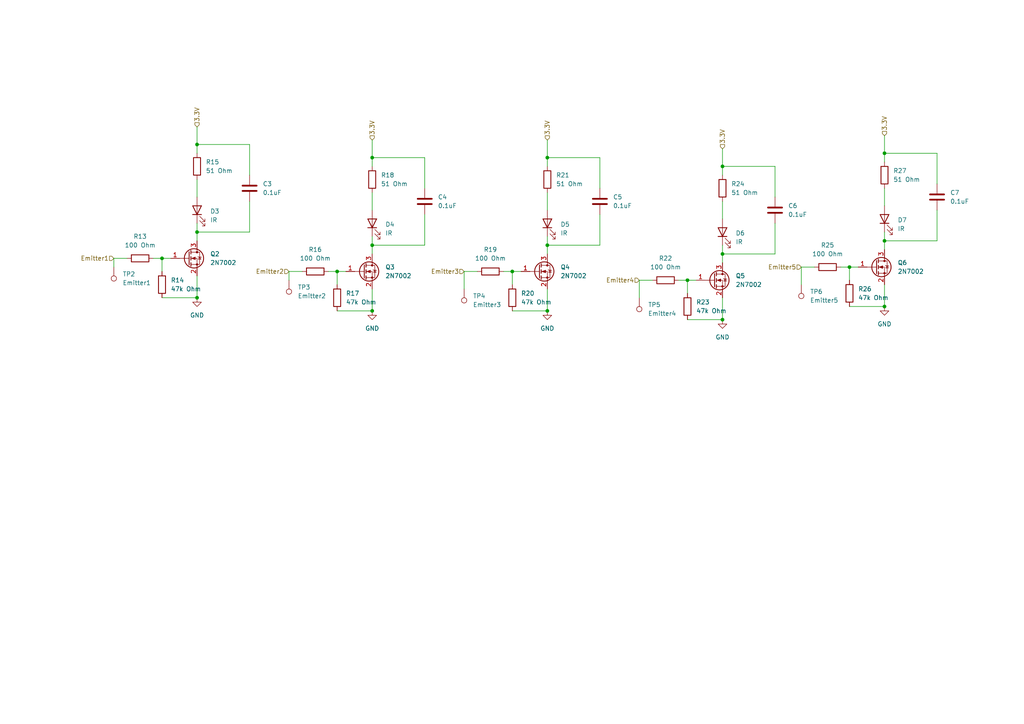
<source format=kicad_sch>
(kicad_sch (version 20231120) (generator "eeschema") (generator_version "8.0")
  (paper "A4")
  (lib_symbols
    (symbol "Connector:TestPoint" (pin_numbers hide) (pin_names (offset 0.762) hide)
      (property "Reference" "TP" (at 0 6.858 0))
      (property "Value" "TestPoint" (at 0 5.08 0))
      (symbol "TestPoint_0_1"
        (circle (center 0 3.302) (radius 0.762))
      )
      (symbol "TestPoint_1_1"
        (pin passive line (at 0 0 90) (length 2.54) (name "1") (number "1"))
      )
    )
    (symbol "Device:C" (pin_numbers hide) (pin_names (offset 0.254))
      (property "Reference" "C" (at 0.635 2.54 0))
      (property "Value" "C" (at 0.635 -2.54 0))
      (symbol "C_0_1"
        (polyline (pts (xy -2.032 -0.762) (xy 2.032 -0.762)) (stroke (width 0.508)))
        (polyline (pts (xy -2.032 0.762) (xy 2.032 0.762)) (stroke (width 0.508)))
      )
      (symbol "C_1_1"
        (pin passive line (at 0 3.81 270) (length 2.794) (name "~") (number "1"))
        (pin passive line (at 0 -3.81 90) (length 2.794) (name "~") (number "2"))
      )
    )
    (symbol "Device:LED" (pin_numbers hide) (pin_names (offset 1.016) hide)
      (property "Reference" "D" (at 0 2.54 0))
      (property "Value" "LED" (at 0 -2.54 0))
      (symbol "LED_0_1"
        (polyline (pts (xy -1.27 -1.27) (xy -1.27 1.27)) (stroke (width 0.254)))
        (polyline (pts (xy -1.27 0) (xy 1.27 0)))
        (polyline (pts (xy 1.27 -1.27) (xy 1.27 1.27) (xy -1.27 0) (xy 1.27 -1.27)) (stroke (width 0.254)))
        (polyline (pts (xy -3.048 -0.762) (xy -4.572 -2.286) (xy -3.81 -2.286) (xy -4.572 -2.286) (xy -4.572 -1.524)))
        (polyline (pts (xy -1.778 -0.762) (xy -3.302 -2.286) (xy -2.54 -2.286) (xy -3.302 -2.286) (xy -3.302 -1.524)))
      )
      (symbol "LED_1_1"
        (pin passive line (at -3.81 0 0) (length 2.54) (name "K") (number "1"))
        (pin passive line (at 3.81 0 180) (length 2.54) (name "A") (number "2"))
      )
    )
    (symbol "Device:R" (pin_numbers hide) (pin_names (offset 0))
      (property "Reference" "R" (at 2.032 0 90))
      (property "Value" "R" (at 0 0 90))
      (symbol "R_0_1"
        (rectangle (start -1.016 -2.54) (end 1.016 2.54) (stroke (width 0.254)))
      )
      (symbol "R_1_1"
        (pin passive line (at 0 3.81 270) (length 1.27) (name "~") (number "1"))
        (pin passive line (at 0 -3.81 90) (length 1.27) (name "~") (number "2"))
      )
    )
    (symbol "Transistor_FET:2N7002" (pin_names hide)
      (property "Reference" "Q" (at 5.08 1.905 0))
      (property "Value" "2N7002" (at 5.08 0 0))
      (symbol "2N7002_0_1"
        (polyline (pts (xy 0.254 0) (xy -2.54 0)))
        (polyline (pts (xy 0.254 1.905) (xy 0.254 -1.905)) (stroke (width 0.254)))
        (polyline (pts (xy 0.762 -1.27) (xy 0.762 -2.286)) (stroke (width 0.254)))
        (polyline (pts (xy 0.762 0.508) (xy 0.762 -0.508)) (stroke (width 0.254)))
        (polyline (pts (xy 0.762 2.286) (xy 0.762 1.27)) (stroke (width 0.254)))
        (polyline (pts (xy 2.54 2.54) (xy 2.54 1.778)))
        (polyline (pts (xy 2.54 -2.54) (xy 2.54 0) (xy 0.762 0)))
        (polyline (pts (xy 0.762 -1.778) (xy 3.302 -1.778) (xy 3.302 1.778) (xy 0.762 1.778)))
        (polyline (pts (xy 1.016 0) (xy 2.032 0.381) (xy 2.032 -0.381) (xy 1.016 0)) (fill (type outline)))
        (polyline (pts (xy 2.794 0.508) (xy 2.921 0.381) (xy 3.683 0.381) (xy 3.81 0.254)))
        (polyline (pts (xy 3.302 0.381) (xy 2.921 -0.254) (xy 3.683 -0.254) (xy 3.302 0.381)))
        (circle (center 1.651 0) (radius 2.794) (stroke (width 0.254)))
        (circle (center 2.54 -1.778) (radius 0.254) (fill (type outline)))
        (circle (center 2.54 1.778) (radius 0.254) (fill (type outline)))
      )
      (symbol "2N7002_1_1"
        (pin input line (at -5.08 0 0) (length 2.54) (name "G") (number "1"))
        (pin passive line (at 2.54 -5.08 90) (length 2.54) (name "S") (number "2"))
        (pin passive line (at 2.54 5.08 270) (length 2.54) (name "D") (number "3"))
      )
    )
    (symbol "power:GND" (power) (pin_numbers hide) (pin_names (offset 0) hide)
      (property "Value" "GND" (at 0 -3.81 0))
      (symbol "GND_0_1"
        (polyline (pts (xy 0 0) (xy 0 -1.27) (xy 1.27 -1.27) (xy 0 -2.54) (xy -1.27 -1.27) (xy 0 -1.27)))
      )
      (symbol "GND_1_1"
        (pin power_in line (at 0 0 270) (length 0) (name "~") (number "1"))
      )
    )
  )
  (junction (at 199.39 81.28))
  (junction (at 256.54 44.45))
  (junction (at 57.15 86.36))
  (junction (at 158.75 71.12))
  (junction (at 158.75 45.72))
  (junction (at 107.95 90.17))
  (junction (at 57.15 41.91))
  (junction (at 158.75 90.17))
  (junction (at 107.95 45.72))
  (junction (at 256.54 69.85))
  (junction (at 209.55 73.66))
  (junction (at 246.38 77.47))
  (junction (at 46.99 74.93))
  (junction (at 97.79 78.74))
  (junction (at 148.59 78.74))
  (junction (at 57.15 67.31))
  (junction (at 256.54 88.9))
  (junction (at 209.55 48.26))
  (junction (at 209.55 92.71))
  (junction (at 107.95 71.12))
  (wire (pts (xy 185.42 81.28) (xy 189.23 81.28)))
  (wire (pts (xy 44.45 74.93) (xy 46.99 74.93)))
  (wire (pts (xy 146.05 78.74) (xy 148.59 78.74)))
  (wire (pts (xy 209.55 58.42) (xy 209.55 63.5)))
  (wire (pts (xy 134.62 78.74) (xy 138.43 78.74)))
  (wire (pts (xy 271.78 53.34) (xy 271.78 44.45)))
  (wire (pts (xy 271.78 69.85) (xy 256.54 69.85)))
  (wire (pts (xy 72.39 50.8) (xy 72.39 41.91)))
  (wire (pts (xy 256.54 69.85) (xy 256.54 72.39)))
  (wire (pts (xy 243.84 77.47) (xy 246.38 77.47)))
  (wire (pts (xy 123.19 45.72) (xy 107.95 45.72)))
  (wire (pts (xy 158.75 71.12) (xy 158.75 73.66)))
  (wire (pts (xy 148.59 90.17) (xy 158.75 90.17)))
  (wire (pts (xy 256.54 82.55) (xy 256.54 88.9)))
  (wire (pts (xy 158.75 83.82) (xy 158.75 90.17)))
  (wire (pts (xy 123.19 71.12) (xy 107.95 71.12)))
  (wire (pts (xy 199.39 81.28) (xy 199.39 85.09)))
  (wire (pts (xy 246.38 88.9) (xy 256.54 88.9)))
  (wire (pts (xy 158.75 40.64) (xy 158.75 45.72)))
  (wire (pts (xy 97.79 90.17) (xy 107.95 90.17)))
  (wire (pts (xy 158.75 55.88) (xy 158.75 60.96)))
  (wire (pts (xy 33.02 74.93) (xy 33.02 77.47)))
  (wire (pts (xy 72.39 58.42) (xy 72.39 67.31)))
  (wire (pts (xy 246.38 77.47) (xy 248.92 77.47)))
  (wire (pts (xy 224.79 64.77) (xy 224.79 73.66)))
  (wire (pts (xy 148.59 78.74) (xy 148.59 82.55)))
  (wire (pts (xy 57.15 80.01) (xy 57.15 86.36)))
  (wire (pts (xy 199.39 81.28) (xy 201.93 81.28)))
  (wire (pts (xy 232.41 77.47) (xy 232.41 82.55)))
  (wire (pts (xy 97.79 78.74) (xy 97.79 82.55)))
  (wire (pts (xy 209.55 43.18) (xy 209.55 48.26)))
  (wire (pts (xy 209.55 86.36) (xy 209.55 92.71)))
  (wire (pts (xy 224.79 48.26) (xy 209.55 48.26)))
  (wire (pts (xy 158.75 45.72) (xy 158.75 48.26)))
  (wire (pts (xy 107.95 40.64) (xy 107.95 45.72)))
  (wire (pts (xy 173.99 54.61) (xy 173.99 45.72)))
  (wire (pts (xy 256.54 67.31) (xy 256.54 69.85)))
  (wire (pts (xy 83.82 78.74) (xy 87.63 78.74)))
  (wire (pts (xy 148.59 78.74) (xy 151.13 78.74)))
  (wire (pts (xy 123.19 54.61) (xy 123.19 45.72)))
  (wire (pts (xy 173.99 45.72) (xy 158.75 45.72)))
  (wire (pts (xy 134.62 78.74) (xy 134.62 83.82)))
  (wire (pts (xy 185.42 81.28) (xy 185.42 86.36)))
  (wire (pts (xy 173.99 62.23) (xy 173.99 71.12)))
  (wire (pts (xy 57.15 67.31) (xy 57.15 69.85)))
  (wire (pts (xy 46.99 74.93) (xy 49.53 74.93)))
  (wire (pts (xy 256.54 54.61) (xy 256.54 59.69)))
  (wire (pts (xy 209.55 73.66) (xy 209.55 76.2)))
  (wire (pts (xy 199.39 92.71) (xy 209.55 92.71)))
  (wire (pts (xy 57.15 41.91) (xy 57.15 44.45)))
  (wire (pts (xy 107.95 55.88) (xy 107.95 60.96)))
  (wire (pts (xy 232.41 77.47) (xy 236.22 77.47)))
  (wire (pts (xy 33.02 74.93) (xy 36.83 74.93)))
  (wire (pts (xy 107.95 83.82) (xy 107.95 90.17)))
  (wire (pts (xy 57.15 64.77) (xy 57.15 67.31)))
  (wire (pts (xy 246.38 77.47) (xy 246.38 81.28)))
  (wire (pts (xy 209.55 48.26) (xy 209.55 50.8)))
  (wire (pts (xy 158.75 68.58) (xy 158.75 71.12)))
  (wire (pts (xy 209.55 71.12) (xy 209.55 73.66)))
  (wire (pts (xy 256.54 44.45) (xy 256.54 46.99)))
  (wire (pts (xy 83.82 78.74) (xy 83.82 81.28)))
  (wire (pts (xy 57.15 36.83) (xy 57.15 41.91)))
  (wire (pts (xy 224.79 73.66) (xy 209.55 73.66)))
  (wire (pts (xy 196.85 81.28) (xy 199.39 81.28)))
  (wire (pts (xy 107.95 45.72) (xy 107.95 48.26)))
  (wire (pts (xy 97.79 78.74) (xy 100.33 78.74)))
  (wire (pts (xy 95.25 78.74) (xy 97.79 78.74)))
  (wire (pts (xy 271.78 44.45) (xy 256.54 44.45)))
  (wire (pts (xy 46.99 86.36) (xy 57.15 86.36)))
  (wire (pts (xy 107.95 68.58) (xy 107.95 71.12)))
  (wire (pts (xy 72.39 41.91) (xy 57.15 41.91)))
  (wire (pts (xy 256.54 39.37) (xy 256.54 44.45)))
  (wire (pts (xy 107.95 71.12) (xy 107.95 73.66)))
  (wire (pts (xy 72.39 67.31) (xy 57.15 67.31)))
  (wire (pts (xy 173.99 71.12) (xy 158.75 71.12)))
  (wire (pts (xy 57.15 52.07) (xy 57.15 57.15)))
  (wire (pts (xy 123.19 62.23) (xy 123.19 71.12)))
  (wire (pts (xy 271.78 60.96) (xy 271.78 69.85)))
  (wire (pts (xy 224.79 57.15) (xy 224.79 48.26)))
  (wire (pts (xy 46.99 74.93) (xy 46.99 78.74)))
  (hierarchical_label "Emitter4" (shape input) (at 185.42 81.28 180))
  (hierarchical_label "Emitter2" (shape input) (at 83.82 78.74 180))
  (hierarchical_label "3.3V" (shape input) (at 209.55 43.18 90))
  (hierarchical_label "Emitter3" (shape input) (at 134.62 78.74 180))
  (hierarchical_label "3.3V" (shape input) (at 107.95 40.64 90))
  (hierarchical_label "Emitter1" (shape input) (at 33.02 74.93 180))
  (hierarchical_label "3.3V" (shape input) (at 256.54 39.37 90))
  (hierarchical_label "Emitter5" (shape input) (at 232.41 77.47 180))
  (hierarchical_label "3.3V" (shape input) (at 158.75 40.64 90))
  (hierarchical_label "3.3V" (shape input) (at 57.15 36.83 90))
  (symbol (lib_id "Device:C") (at 271.78 57.15 0) (unit 1)
    (property "Reference" "C7" (at 275.59 55.8799 0) (effects (justify left)))
    (property "Value" "0.1uF" (at 275.59 58.4199 0) (effects (justify left)))
    (property "Footprint" "Capacitor_SMD:C_0805_2012Metric_Pad1.18x1.45mm_HandSolder" (effects (hide yes)))
    (property "Description" "Unpolarized capacitor" (effects (hide yes)))
  )
  (symbol (lib_id "Device:R") (at 40.64 74.93 90) (unit 1)
    (property "Reference" "R13" (at 40.64 68.58 90))
    (property "Value" "100 Ohm" (at 40.64 71.12 90))
    (property "Footprint" "Resistor_SMD:R_0603_1608Metric_Pad0.98x0.95mm_HandSolder" (effects (hide yes)))
    (property "Description" "Resistor" (effects (hide yes)))
  )
  (symbol (lib_id "Transistor_FET:2N7002") (at 207.01 81.28 0) (unit 1)
    (property "Reference" "Q5" (at 213.36 80.0099 0) (effects (justify left)))
    (property "Value" "2N7002" (at 213.36 82.5499 0) (effects (justify left)))
    (property "Footprint" "Package_TO_SOT_SMD:SOT-23" (effects (hide yes)))
    (property "Datasheet" "https://www.onsemi.com/pub/Collateral/NDS7002A-D.PDF" (effects (hide yes)))
    (property "Description" "0.115A Id, 60V Vds, N-Channel MOSFET, SOT-23" (effects (hide yes)))
  )
  (symbol (lib_id "Transistor_FET:2N7002") (at 105.41 78.74 0) (unit 1)
    (property "Reference" "Q3" (at 111.76 77.4699 0) (effects (justify left)))
    (property "Value" "2N7002" (at 111.76 80.0099 0) (effects (justify left)))
    (property "Footprint" "Package_TO_SOT_SMD:SOT-23" (effects (hide yes)))
    (property "Datasheet" "https://www.onsemi.com/pub/Collateral/NDS7002A-D.PDF" (effects (hide yes)))
    (property "Description" "0.115A Id, 60V Vds, N-Channel MOSFET, SOT-23" (effects (hide yes)))
  )
  (symbol (lib_id "Transistor_FET:2N7002") (at 254 77.47 0) (unit 1)
    (property "Reference" "Q6" (at 260.35 76.1999 0) (effects (justify left)))
    (property "Value" "2N7002" (at 260.35 78.7399 0) (effects (justify left)))
    (property "Footprint" "Package_TO_SOT_SMD:SOT-23" (effects (hide yes)))
    (property "Datasheet" "https://www.onsemi.com/pub/Collateral/NDS7002A-D.PDF" (effects (hide yes)))
    (property "Description" "0.115A Id, 60V Vds, N-Channel MOSFET, SOT-23" (effects (hide yes)))
  )
  (symbol (lib_id "Connector:TestPoint") (at 33.02 77.47 180) (unit 1)
    (property "Reference" "TP2" (at 35.56 79.5019 0) (effects (justify right)))
    (property "Value" "Emitter1" (at 35.56 82.0419 0) (effects (justify right)))
    (property "Footprint" "TestPoint:TestPoint_THTPad_2.0x2.0mm_Drill1.0mm" (effects (hide yes)))
    (property "Description" "test point" (effects (hide yes)))
  )
  (symbol (lib_id "Device:R") (at 256.54 50.8 0) (unit 1)
    (property "Reference" "R27" (at 259.08 49.5299 0) (effects (justify left)))
    (property "Value" "51 Ohm" (at 259.08 52.0699 0) (effects (justify left)))
    (property "Footprint" "Resistor_SMD:R_0603_1608Metric_Pad0.98x0.95mm_HandSolder" (effects (hide yes)))
    (property "Description" "Resistor" (effects (hide yes)))
  )
  (symbol (lib_id "Device:R") (at 57.15 48.26 0) (unit 1)
    (property "Reference" "R15" (at 59.69 46.9899 0) (effects (justify left)))
    (property "Value" "51 Ohm" (at 59.69 49.5299 0) (effects (justify left)))
    (property "Footprint" "Resistor_SMD:R_0603_1608Metric_Pad0.98x0.95mm_HandSolder" (effects (hide yes)))
    (property "Description" "Resistor" (effects (hide yes)))
  )
  (symbol (lib_id "Device:R") (at 148.59 86.36 0) (unit 1)
    (property "Reference" "R20" (at 151.13 85.0899 0) (effects (justify left)))
    (property "Value" "47k Ohm" (at 151.13 87.6299 0) (effects (justify left)))
    (property "Footprint" "Resistor_SMD:R_0603_1608Metric_Pad0.98x0.95mm_HandSolder" (effects (hide yes)))
    (property "Description" "Resistor" (effects (hide yes)))
  )
  (symbol (lib_id "power:GND") (at 256.54 88.9 0) (unit 1)
    (property "Reference" "#PWR014" (effects (hide yes)))
    (property "Value" "GND" (at 256.54 93.98 0))
    (property "Description" "Power symbol creates a global label with name \"GND\" , ground" (effects (hide yes)))
  )
  (symbol (lib_id "power:GND") (at 158.75 90.17 0) (unit 1)
    (property "Reference" "#PWR012" (effects (hide yes)))
    (property "Value" "GND" (at 158.75 95.25 0))
    (property "Description" "Power symbol creates a global label with name \"GND\" , ground" (effects (hide yes)))
  )
  (symbol (lib_id "Connector:TestPoint") (at 185.42 86.36 180) (unit 1)
    (property "Reference" "TP5" (at 187.96 88.3919 0) (effects (justify right)))
    (property "Value" "Emitter4" (at 187.96 90.9319 0) (effects (justify right)))
    (property "Footprint" "TestPoint:TestPoint_THTPad_2.0x2.0mm_Drill1.0mm" (effects (hide yes)))
    (property "Description" "test point" (effects (hide yes)))
  )
  (symbol (lib_id "Device:R") (at 46.99 82.55 0) (unit 1)
    (property "Reference" "R14" (at 49.53 81.2799 0) (effects (justify left)))
    (property "Value" "47k Ohm" (at 49.53 83.8199 0) (effects (justify left)))
    (property "Footprint" "Resistor_SMD:R_0603_1608Metric_Pad0.98x0.95mm_HandSolder" (effects (hide yes)))
    (property "Description" "Resistor" (effects (hide yes)))
  )
  (symbol (lib_id "Connector:TestPoint") (at 83.82 81.28 180) (unit 1)
    (property "Reference" "TP3" (at 86.36 83.3119 0) (effects (justify right)))
    (property "Value" "Emitter2" (at 86.36 85.8519 0) (effects (justify right)))
    (property "Footprint" "TestPoint:TestPoint_THTPad_2.0x2.0mm_Drill1.0mm" (effects (hide yes)))
    (property "Description" "test point" (effects (hide yes)))
  )
  (symbol (lib_id "Connector:TestPoint") (at 134.62 83.82 180) (unit 1)
    (property "Reference" "TP4" (at 137.16 85.8519 0) (effects (justify right)))
    (property "Value" "Emitter3" (at 137.16 88.3919 0) (effects (justify right)))
    (property "Footprint" "TestPoint:TestPoint_THTPad_2.0x2.0mm_Drill1.0mm" (effects (hide yes)))
    (property "Description" "test point" (effects (hide yes)))
  )
  (symbol (lib_id "Device:R") (at 240.03 77.47 90) (unit 1)
    (property "Reference" "R25" (at 240.03 71.12 90))
    (property "Value" "100 Ohm" (at 240.03 73.66 90))
    (property "Footprint" "Resistor_SMD:R_0603_1608Metric_Pad0.98x0.95mm_HandSolder" (effects (hide yes)))
    (property "Description" "Resistor" (effects (hide yes)))
  )
  (symbol (lib_id "Device:R") (at 246.38 85.09 0) (unit 1)
    (property "Reference" "R26" (at 248.92 83.8199 0) (effects (justify left)))
    (property "Value" "47k Ohm" (at 248.92 86.3599 0) (effects (justify left)))
    (property "Footprint" "Resistor_SMD:R_0603_1608Metric_Pad0.98x0.95mm_HandSolder" (effects (hide yes)))
    (property "Description" "Resistor" (effects (hide yes)))
  )
  (symbol (lib_id "Device:R") (at 193.04 81.28 90) (unit 1)
    (property "Reference" "R22" (at 193.04 74.93 90))
    (property "Value" "100 Ohm" (at 193.04 77.47 90))
    (property "Footprint" "Resistor_SMD:R_0603_1608Metric_Pad0.98x0.95mm_HandSolder" (effects (hide yes)))
    (property "Description" "Resistor" (effects (hide yes)))
  )
  (symbol (lib_id "Device:R") (at 142.24 78.74 90) (unit 1)
    (property "Reference" "R19" (at 142.24 72.39 90))
    (property "Value" "100 Ohm" (at 142.24 74.93 90))
    (property "Footprint" "Resistor_SMD:R_0603_1608Metric_Pad0.98x0.95mm_HandSolder" (effects (hide yes)))
    (property "Description" "Resistor" (effects (hide yes)))
  )
  (symbol (lib_id "Device:LED") (at 209.55 67.31 90) (unit 1)
    (property "Reference" "D6" (at 213.36 67.6274 90) (effects (justify right)))
    (property "Value" "IR" (at 213.36 70.1674 90) (effects (justify right)))
    (property "Footprint" "LED_THT:LED_D5.0mm_IRGrey" (effects (hide yes)))
    (property "Description" "Light emitting diode" (effects (hide yes)))
  )
  (symbol (lib_id "Device:R") (at 97.79 86.36 0) (unit 1)
    (property "Reference" "R17" (at 100.33 85.0899 0) (effects (justify left)))
    (property "Value" "47k Ohm" (at 100.33 87.6299 0) (effects (justify left)))
    (property "Footprint" "Resistor_SMD:R_0603_1608Metric_Pad0.98x0.95mm_HandSolder" (effects (hide yes)))
    (property "Description" "Resistor" (effects (hide yes)))
  )
  (symbol (lib_id "Transistor_FET:2N7002") (at 54.61 74.93 0) (unit 1)
    (property "Reference" "Q2" (at 60.96 73.6599 0) (effects (justify left)))
    (property "Value" "2N7002" (at 60.96 76.1999 0) (effects (justify left)))
    (property "Footprint" "Package_TO_SOT_SMD:SOT-23" (effects (hide yes)))
    (property "Datasheet" "https://www.onsemi.com/pub/Collateral/NDS7002A-D.PDF" (effects (hide yes)))
    (property "Description" "0.115A Id, 60V Vds, N-Channel MOSFET, SOT-23" (effects (hide yes)))
  )
  (symbol (lib_id "Connector:TestPoint") (at 232.41 82.55 180) (unit 1)
    (property "Reference" "TP6" (at 234.95 84.5819 0) (effects (justify right)))
    (property "Value" "Emitter5" (at 234.95 87.1219 0) (effects (justify right)))
    (property "Footprint" "TestPoint:TestPoint_THTPad_2.0x2.0mm_Drill1.0mm" (effects (hide yes)))
    (property "Description" "test point" (effects (hide yes)))
  )
  (symbol (lib_id "Device:C") (at 123.19 58.42 0) (unit 1)
    (property "Reference" "C4" (at 127 57.1499 0) (effects (justify left)))
    (property "Value" "0.1uF" (at 127 59.6899 0) (effects (justify left)))
    (property "Footprint" "Capacitor_SMD:C_0805_2012Metric_Pad1.18x1.45mm_HandSolder" (effects (hide yes)))
    (property "Description" "Unpolarized capacitor" (effects (hide yes)))
  )
  (symbol (lib_id "Device:R") (at 209.55 54.61 0) (unit 1)
    (property "Reference" "R24" (at 212.09 53.3399 0) (effects (justify left)))
    (property "Value" "51 Ohm" (at 212.09 55.8799 0) (effects (justify left)))
    (property "Footprint" "Resistor_SMD:R_0603_1608Metric_Pad0.98x0.95mm_HandSolder" (effects (hide yes)))
    (property "Description" "Resistor" (effects (hide yes)))
  )
  (symbol (lib_id "Device:C") (at 224.79 60.96 0) (unit 1)
    (property "Reference" "C6" (at 228.6 59.6899 0) (effects (justify left)))
    (property "Value" "0.1uF" (at 228.6 62.2299 0) (effects (justify left)))
    (property "Footprint" "Capacitor_SMD:C_0805_2012Metric_Pad1.18x1.45mm_HandSolder" (effects (hide yes)))
    (property "Description" "Unpolarized capacitor" (effects (hide yes)))
  )
  (symbol (lib_id "Device:LED") (at 107.95 64.77 90) (unit 1)
    (property "Reference" "D4" (at 111.76 65.0874 90) (effects (justify right)))
    (property "Value" "IR" (at 111.76 67.6274 90) (effects (justify right)))
    (property "Footprint" "LED_THT:LED_D5.0mm_IRGrey" (effects (hide yes)))
    (property "Description" "Light emitting diode" (effects (hide yes)))
  )
  (symbol (lib_id "Device:C") (at 72.39 54.61 0) (unit 1)
    (property "Reference" "C3" (at 76.2 53.3399 0) (effects (justify left)))
    (property "Value" "0.1uF" (at 76.2 55.8799 0) (effects (justify left)))
    (property "Footprint" "Capacitor_SMD:C_0805_2012Metric_Pad1.18x1.45mm_HandSolder" (effects (hide yes)))
    (property "Description" "Unpolarized capacitor" (effects (hide yes)))
  )
  (symbol (lib_id "Device:C") (at 173.99 58.42 0) (unit 1)
    (property "Reference" "C5" (at 177.8 57.1499 0) (effects (justify left)))
    (property "Value" "0.1uF" (at 177.8 59.6899 0) (effects (justify left)))
    (property "Footprint" "Capacitor_SMD:C_0805_2012Metric_Pad1.18x1.45mm_HandSolder" (effects (hide yes)))
    (property "Description" "Unpolarized capacitor" (effects (hide yes)))
  )
  (symbol (lib_id "Device:LED") (at 256.54 63.5 90) (unit 1)
    (property "Reference" "D7" (at 260.35 63.8174 90) (effects (justify right)))
    (property "Value" "IR" (at 260.35 66.3574 90) (effects (justify right)))
    (property "Footprint" "LED_THT:LED_D5.0mm_IRGrey" (effects (hide yes)))
    (property "Description" "Light emitting diode" (effects (hide yes)))
  )
  (symbol (lib_id "Device:LED") (at 158.75 64.77 90) (unit 1)
    (property "Reference" "D5" (at 162.56 65.0874 90) (effects (justify right)))
    (property "Value" "IR" (at 162.56 67.6274 90) (effects (justify right)))
    (property "Footprint" "LED_THT:LED_D5.0mm_IRGrey" (effects (hide yes)))
    (property "Description" "Light emitting diode" (effects (hide yes)))
  )
  (symbol (lib_id "Device:R") (at 199.39 88.9 0) (unit 1)
    (property "Reference" "R23" (at 201.93 87.6299 0) (effects (justify left)))
    (property "Value" "47k Ohm" (at 201.93 90.1699 0) (effects (justify left)))
    (property "Footprint" "Resistor_SMD:R_0603_1608Metric_Pad0.98x0.95mm_HandSolder" (effects (hide yes)))
    (property "Description" "Resistor" (effects (hide yes)))
  )
  (symbol (lib_id "Device:R") (at 158.75 52.07 0) (unit 1)
    (property "Reference" "R21" (at 161.29 50.7999 0) (effects (justify left)))
    (property "Value" "51 Ohm" (at 161.29 53.3399 0) (effects (justify left)))
    (property "Footprint" "Resistor_SMD:R_0603_1608Metric_Pad0.98x0.95mm_HandSolder" (effects (hide yes)))
    (property "Description" "Resistor" (effects (hide yes)))
  )
  (symbol (lib_id "power:GND") (at 107.95 90.17 0) (unit 1)
    (property "Reference" "#PWR011" (effects (hide yes)))
    (property "Value" "GND" (at 107.95 95.25 0))
    (property "Description" "Power symbol creates a global label with name \"GND\" , ground" (effects (hide yes)))
  )
  (symbol (lib_id "Transistor_FET:2N7002") (at 156.21 78.74 0) (unit 1)
    (property "Reference" "Q4" (at 162.56 77.4699 0) (effects (justify left)))
    (property "Value" "2N7002" (at 162.56 80.0099 0) (effects (justify left)))
    (property "Footprint" "Package_TO_SOT_SMD:SOT-23" (effects (hide yes)))
    (property "Datasheet" "https://www.onsemi.com/pub/Collateral/NDS7002A-D.PDF" (effects (hide yes)))
    (property "Description" "0.115A Id, 60V Vds, N-Channel MOSFET, SOT-23" (effects (hide yes)))
  )
  (symbol (lib_id "Device:R") (at 91.44 78.74 90) (unit 1)
    (property "Reference" "R16" (at 91.44 72.39 90))
    (property "Value" "100 Ohm" (at 91.44 74.93 90))
    (property "Footprint" "Resistor_SMD:R_0603_1608Metric_Pad0.98x0.95mm_HandSolder" (effects (hide yes)))
    (property "Description" "Resistor" (effects (hide yes)))
  )
  (symbol (lib_id "Device:LED") (at 57.15 60.96 90) (unit 1)
    (property "Reference" "D3" (at 60.96 61.2774 90) (effects (justify right)))
    (property "Value" "IR" (at 60.96 63.8174 90) (effects (justify right)))
    (property "Footprint" "LED_THT:LED_D5.0mm_IRGrey" (effects (hide yes)))
    (property "Description" "Light emitting diode" (effects (hide yes)))
  )
  (symbol (lib_id "Device:R") (at 107.95 52.07 0) (unit 1)
    (property "Reference" "R18" (at 110.49 50.7999 0) (effects (justify left)))
    (property "Value" "51 Ohm" (at 110.49 53.3399 0) (effects (justify left)))
    (property "Footprint" "Resistor_SMD:R_0603_1608Metric_Pad0.98x0.95mm_HandSolder" (effects (hide yes)))
    (property "Description" "Resistor" (effects (hide yes)))
  )
  (symbol (lib_id "power:GND") (at 209.55 92.71 0) (unit 1)
    (property "Reference" "#PWR013" (effects (hide yes)))
    (property "Value" "GND" (at 209.55 97.79 0))
    (property "Description" "Power symbol creates a global label with name \"GND\" , ground" (effects (hide yes)))
  )
  (symbol (lib_id "power:GND") (at 57.15 86.36 0) (unit 1)
    (property "Reference" "#PWR010" (effects (hide yes)))
    (property "Value" "GND" (at 57.15 91.44 0))
    (property "Description" "Power symbol creates a global label with name \"GND\" , ground" (effects (hide yes)))
  )
)
</source>
